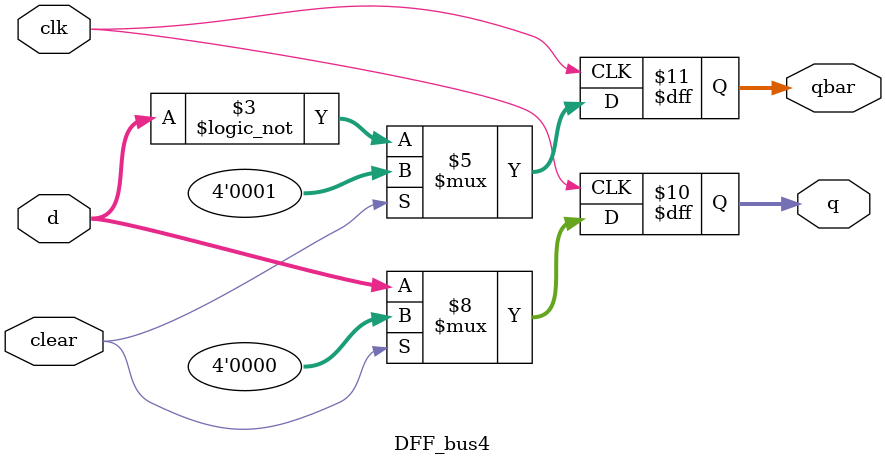
<source format=v>


// Reference: https://technobyte.org/verilog-code-d-flip-flop-dataflow-gate-behavioral/

module DFF_bus4 (
    input [3:0] d, 
    input clk, clear,
    output reg [3:0] q, qbar
); 

always@(posedge clk) 
begin
    if(clear == 1)
        begin
        q <= 4'b0;
        qbar <= 4'b1;
        end
    else
        begin
        q <= d; 
        qbar <= !d;
        end
end
endmodule

</source>
